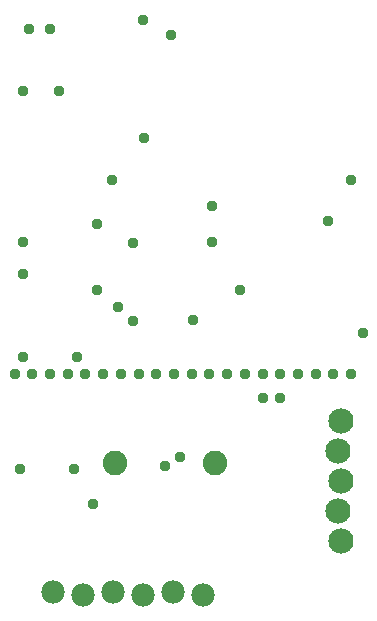
<source format=gbs>
G75*
%MOIN*%
%OFA0B0*%
%FSLAX24Y24*%
%IPPOS*%
%LPD*%
%AMOC8*
5,1,8,0,0,1.08239X$1,22.5*
%
%ADD10C,0.0780*%
%ADD11C,0.0840*%
%ADD12C,0.0820*%
%ADD13C,0.0370*%
D10*
X001785Y001017D03*
X002785Y000917D03*
X003785Y001017D03*
X004785Y000917D03*
X005785Y001017D03*
X006785Y000917D03*
D11*
X011282Y003708D03*
X011382Y002708D03*
X011382Y004708D03*
X011282Y005708D03*
X011382Y006708D03*
D12*
X007198Y005298D03*
X003851Y005298D03*
D13*
X003113Y003920D03*
X002474Y005101D03*
X000702Y005101D03*
X000505Y008251D03*
X000800Y008841D03*
X001096Y008251D03*
X001686Y008251D03*
X002277Y008251D03*
X002572Y008841D03*
X002867Y008251D03*
X003458Y008251D03*
X004048Y008251D03*
X004639Y008251D03*
X005229Y008251D03*
X005820Y008251D03*
X006411Y008251D03*
X007001Y008251D03*
X007592Y008251D03*
X008182Y008251D03*
X008773Y008251D03*
X008773Y007463D03*
X009363Y007463D03*
X009363Y008251D03*
X009954Y008251D03*
X010544Y008251D03*
X011135Y008251D03*
X011725Y008251D03*
X012119Y009629D03*
X010938Y013369D03*
X011725Y014747D03*
X008035Y011056D03*
X007099Y012680D03*
X007099Y013861D03*
X004836Y016125D03*
X003753Y014747D03*
X003261Y013271D03*
X004442Y012641D03*
X003261Y011056D03*
X003950Y010515D03*
X004442Y010023D03*
X006460Y010072D03*
X006017Y005495D03*
X005525Y005200D03*
X000800Y011597D03*
X000800Y012680D03*
X000800Y017700D03*
X001981Y017700D03*
X001686Y019767D03*
X000997Y019767D03*
X004786Y020062D03*
X005722Y019570D03*
M02*

</source>
